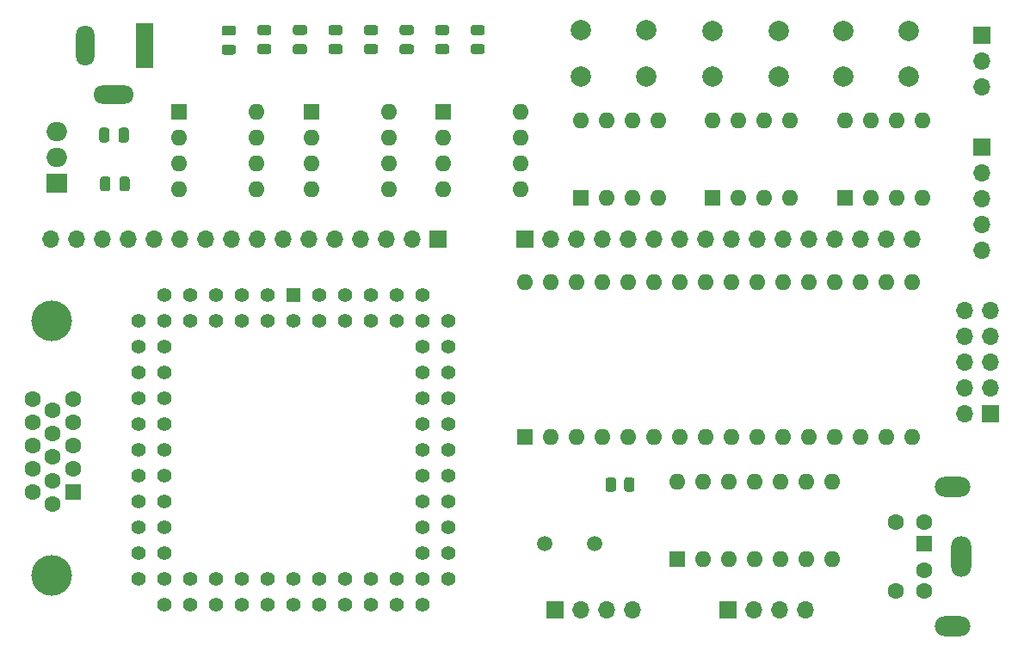
<source format=gbr>
%TF.GenerationSoftware,KiCad,Pcbnew,(5.1.10)-1*%
%TF.CreationDate,2022-03-07T13:38:47+08:00*%
%TF.ProjectId,MAX7000-GPU,4d415837-3030-4302-9d47-50552e6b6963,rev?*%
%TF.SameCoordinates,Original*%
%TF.FileFunction,Soldermask,Top*%
%TF.FilePolarity,Negative*%
%FSLAX46Y46*%
G04 Gerber Fmt 4.6, Leading zero omitted, Abs format (unit mm)*
G04 Created by KiCad (PCBNEW (5.1.10)-1) date 2022-03-07 13:38:47*
%MOMM*%
%LPD*%
G01*
G04 APERTURE LIST*
%ADD10O,1.700000X1.700000*%
%ADD11R,1.700000X1.700000*%
%ADD12C,1.500000*%
%ADD13O,2.000000X1.905000*%
%ADD14R,2.000000X1.905000*%
%ADD15O,1.600000X1.600000*%
%ADD16R,1.600000X1.600000*%
%ADD17C,1.422400*%
%ADD18R,1.422400X1.422400*%
%ADD19C,2.000000*%
%ADD20C,4.000000*%
%ADD21C,1.600000*%
%ADD22R,1.800000X4.400000*%
%ADD23O,1.800000X4.000000*%
%ADD24O,4.000000X1.800000*%
%ADD25O,2.000000X4.000000*%
%ADD26O,3.500000X2.000000*%
G04 APERTURE END LIST*
D10*
%TO.C,J10*%
X274835000Y-81090000D03*
X277375000Y-81090000D03*
X274835000Y-83630000D03*
X277375000Y-83630000D03*
X274835000Y-86170000D03*
X277375000Y-86170000D03*
X274835000Y-88710000D03*
X277375000Y-88710000D03*
X274835000Y-91250000D03*
D11*
X277375000Y-91250000D03*
%TD*%
D10*
%TO.C,J3*%
X276500000Y-75160000D03*
X276500000Y-72620000D03*
X276500000Y-70080000D03*
X276500000Y-67540000D03*
D11*
X276500000Y-65000000D03*
%TD*%
D12*
%TO.C,Y1*%
X233500000Y-104000000D03*
X238380000Y-104000000D03*
%TD*%
D13*
%TO.C,U10*%
X185500000Y-63460000D03*
X185500000Y-66000000D03*
D14*
X185500000Y-68540000D03*
%TD*%
D15*
%TO.C,U9*%
X231120000Y-61500000D03*
X223500000Y-69120000D03*
X231120000Y-64040000D03*
X223500000Y-66580000D03*
X231120000Y-66580000D03*
X223500000Y-64040000D03*
X231120000Y-69120000D03*
D16*
X223500000Y-61500000D03*
%TD*%
D15*
%TO.C,U8*%
X263000000Y-62380000D03*
X270620000Y-70000000D03*
X265540000Y-62380000D03*
X268080000Y-70000000D03*
X268080000Y-62380000D03*
X265540000Y-70000000D03*
X270620000Y-62380000D03*
D16*
X263000000Y-70000000D03*
%TD*%
D15*
%TO.C,U7*%
X218120000Y-61500000D03*
X210500000Y-69120000D03*
X218120000Y-64040000D03*
X210500000Y-66580000D03*
X218120000Y-66580000D03*
X210500000Y-64040000D03*
X218120000Y-69120000D03*
D16*
X210500000Y-61500000D03*
%TD*%
D15*
%TO.C,U6*%
X205120000Y-61500000D03*
X197500000Y-69120000D03*
X205120000Y-64040000D03*
X197500000Y-66580000D03*
X205120000Y-66580000D03*
X197500000Y-64040000D03*
X205120000Y-69120000D03*
D16*
X197500000Y-61500000D03*
%TD*%
%TO.C,U5*%
X250000000Y-70000000D03*
D15*
X257620000Y-62380000D03*
X252540000Y-70000000D03*
X255080000Y-62380000D03*
X255080000Y-70000000D03*
X252540000Y-62380000D03*
X257620000Y-70000000D03*
X250000000Y-62380000D03*
%TD*%
%TO.C,U4*%
X231500000Y-78260000D03*
X269600000Y-93500000D03*
X234040000Y-78260000D03*
X267060000Y-93500000D03*
X236580000Y-78260000D03*
X264520000Y-93500000D03*
X239120000Y-78260000D03*
X261980000Y-93500000D03*
X241660000Y-78260000D03*
X259440000Y-93500000D03*
X244200000Y-78260000D03*
X256900000Y-93500000D03*
X246740000Y-78260000D03*
X254360000Y-93500000D03*
X249280000Y-78260000D03*
X251820000Y-93500000D03*
X251820000Y-78260000D03*
X249280000Y-93500000D03*
X254360000Y-78260000D03*
X246740000Y-93500000D03*
X256900000Y-78260000D03*
X244200000Y-93500000D03*
X259440000Y-78260000D03*
X241660000Y-93500000D03*
X261980000Y-78260000D03*
X239120000Y-93500000D03*
X264520000Y-78260000D03*
X236580000Y-93500000D03*
X267060000Y-78260000D03*
X234040000Y-93500000D03*
X269600000Y-78260000D03*
D16*
X231500000Y-93500000D03*
%TD*%
D15*
%TO.C,U3*%
X237000000Y-62380000D03*
X244620000Y-70000000D03*
X239540000Y-62380000D03*
X242080000Y-70000000D03*
X242080000Y-62380000D03*
X239540000Y-70000000D03*
X244620000Y-62380000D03*
D16*
X237000000Y-70000000D03*
%TD*%
D15*
%TO.C,U2*%
X246500000Y-97880000D03*
X261740000Y-105500000D03*
X249040000Y-97880000D03*
X259200000Y-105500000D03*
X251580000Y-97880000D03*
X256660000Y-105500000D03*
X254120000Y-97880000D03*
X254120000Y-105500000D03*
X256660000Y-97880000D03*
X251580000Y-105500000D03*
X259200000Y-97880000D03*
X249040000Y-105500000D03*
X261740000Y-97880000D03*
D16*
X246500000Y-105500000D03*
%TD*%
D17*
%TO.C,U1*%
X223980000Y-84640000D03*
X223980000Y-87180000D03*
X223980000Y-89720000D03*
X223980000Y-92260000D03*
X223980000Y-94800000D03*
X223980000Y-97340000D03*
X223980000Y-99880000D03*
X223980000Y-102420000D03*
X223980000Y-104960000D03*
X223980000Y-107500000D03*
X221440000Y-84640000D03*
X221440000Y-87180000D03*
X221440000Y-89720000D03*
X221440000Y-92260000D03*
X221440000Y-94800000D03*
X221440000Y-97340000D03*
X221440000Y-99880000D03*
X221440000Y-102420000D03*
X221440000Y-104960000D03*
X221440000Y-107500000D03*
X221440000Y-110040000D03*
X218900000Y-110040000D03*
X216360000Y-110040000D03*
X213820000Y-110040000D03*
X211280000Y-110040000D03*
X208740000Y-110040000D03*
X206200000Y-110040000D03*
X203660000Y-110040000D03*
X201120000Y-110040000D03*
X198580000Y-110040000D03*
X196040000Y-110040000D03*
X218900000Y-107500000D03*
X216360000Y-107500000D03*
X213820000Y-107500000D03*
X211280000Y-107500000D03*
X208740000Y-107500000D03*
X206200000Y-107500000D03*
X203660000Y-107500000D03*
X201120000Y-107500000D03*
X198580000Y-107500000D03*
X196040000Y-107500000D03*
X193500000Y-107500000D03*
X193500000Y-104960000D03*
X193500000Y-102420000D03*
X193500000Y-99880000D03*
X193500000Y-97340000D03*
X193500000Y-94800000D03*
X193500000Y-92260000D03*
X193500000Y-89720000D03*
X193500000Y-87180000D03*
X193500000Y-84640000D03*
X193500000Y-82100000D03*
X196040000Y-104960000D03*
X196040000Y-102420000D03*
X196040000Y-99880000D03*
X196040000Y-97340000D03*
X196040000Y-94800000D03*
X196040000Y-92260000D03*
X196040000Y-89720000D03*
X196040000Y-87180000D03*
X196040000Y-84640000D03*
X196040000Y-82100000D03*
X221440000Y-79560000D03*
X218900000Y-79560000D03*
X216360000Y-79560000D03*
X213820000Y-79560000D03*
X211280000Y-79560000D03*
X196040000Y-79560000D03*
X198580000Y-79560000D03*
X201120000Y-79560000D03*
X203660000Y-79560000D03*
X206200000Y-79560000D03*
D18*
X208740000Y-79560000D03*
D17*
X223980000Y-82100000D03*
X221440000Y-82100000D03*
X218900000Y-82100000D03*
X216360000Y-82100000D03*
X213820000Y-82100000D03*
X211280000Y-82100000D03*
X198580000Y-82100000D03*
X201120000Y-82100000D03*
X203660000Y-82100000D03*
X206200000Y-82100000D03*
X208740000Y-82100000D03*
%TD*%
D19*
%TO.C,SW3*%
X269325000Y-53525000D03*
X269325000Y-58025000D03*
X262825000Y-53525000D03*
X262825000Y-58025000D03*
%TD*%
%TO.C,SW2*%
X256475000Y-53525000D03*
X256475000Y-58025000D03*
X249975000Y-53525000D03*
X249975000Y-58025000D03*
%TD*%
%TO.C,SW1*%
X243500000Y-53500000D03*
X243500000Y-58000000D03*
X237000000Y-53500000D03*
X237000000Y-58000000D03*
%TD*%
%TO.C,R4*%
G36*
G01*
X241300000Y-98650001D02*
X241300000Y-97749999D01*
G75*
G02*
X241549999Y-97500000I249999J0D01*
G01*
X242075001Y-97500000D01*
G75*
G02*
X242325000Y-97749999I0J-249999D01*
G01*
X242325000Y-98650001D01*
G75*
G02*
X242075001Y-98900000I-249999J0D01*
G01*
X241549999Y-98900000D01*
G75*
G02*
X241300000Y-98650001I0J249999D01*
G01*
G37*
G36*
G01*
X239475000Y-98650001D02*
X239475000Y-97749999D01*
G75*
G02*
X239724999Y-97500000I249999J0D01*
G01*
X240250001Y-97500000D01*
G75*
G02*
X240500000Y-97749999I0J-249999D01*
G01*
X240500000Y-98650001D01*
G75*
G02*
X240250001Y-98900000I-249999J0D01*
G01*
X239724999Y-98900000D01*
G75*
G02*
X239475000Y-98650001I0J249999D01*
G01*
G37*
%TD*%
D10*
%TO.C,J9*%
X259120000Y-110500000D03*
X256580000Y-110500000D03*
X254040000Y-110500000D03*
D11*
X251500000Y-110500000D03*
%TD*%
D10*
%TO.C,J8*%
X269600000Y-74000000D03*
X267060000Y-74000000D03*
X264520000Y-74000000D03*
X261980000Y-74000000D03*
X259440000Y-74000000D03*
X256900000Y-74000000D03*
X254360000Y-74000000D03*
X251820000Y-74000000D03*
X249280000Y-74000000D03*
X246740000Y-74000000D03*
X244200000Y-74000000D03*
X241660000Y-74000000D03*
X239120000Y-74000000D03*
X236580000Y-74000000D03*
X234040000Y-74000000D03*
D11*
X231500000Y-74000000D03*
%TD*%
D10*
%TO.C,J7*%
X184900000Y-74000000D03*
X187440000Y-74000000D03*
X189980000Y-74000000D03*
X192520000Y-74000000D03*
X195060000Y-74000000D03*
X197600000Y-74000000D03*
X200140000Y-74000000D03*
X202680000Y-74000000D03*
X205220000Y-74000000D03*
X207760000Y-74000000D03*
X210300000Y-74000000D03*
X212840000Y-74000000D03*
X215380000Y-74000000D03*
X217920000Y-74000000D03*
X220460000Y-74000000D03*
D11*
X223000000Y-74000000D03*
%TD*%
D10*
%TO.C,J6*%
X276500000Y-59080000D03*
X276500000Y-56540000D03*
D11*
X276500000Y-54000000D03*
%TD*%
D20*
%TO.C,J5*%
X185000000Y-107120000D03*
X185000000Y-82120000D03*
D21*
X183090000Y-89775000D03*
X183090000Y-92065000D03*
X183090000Y-94355000D03*
X183090000Y-96645000D03*
X183090000Y-98935000D03*
X185070000Y-90920000D03*
X185070000Y-93210000D03*
X185070000Y-95500000D03*
X185070000Y-97790000D03*
X185070000Y-100080000D03*
X187050000Y-89775000D03*
X187050000Y-92065000D03*
X187050000Y-94355000D03*
X187050000Y-96645000D03*
D16*
X187050000Y-98935000D03*
%TD*%
D22*
%TO.C,J4*%
X194100000Y-55000000D03*
D23*
X188300000Y-55000000D03*
D24*
X191100000Y-59800000D03*
%TD*%
D10*
%TO.C,J2*%
X242120000Y-110500000D03*
X239580000Y-110500000D03*
X237040000Y-110500000D03*
D11*
X234500000Y-110500000D03*
%TD*%
D25*
%TO.C,J1*%
X274450000Y-105300000D03*
D21*
X268000000Y-108700000D03*
X268000000Y-101900000D03*
X270800000Y-108700000D03*
X270800000Y-101900000D03*
X270800000Y-106600000D03*
D16*
X270800000Y-104000000D03*
D26*
X273650000Y-98450000D03*
X273650000Y-112150000D03*
%TD*%
%TO.C,D8*%
G36*
G01*
X226443750Y-54850000D02*
X227356250Y-54850000D01*
G75*
G02*
X227600000Y-55093750I0J-243750D01*
G01*
X227600000Y-55581250D01*
G75*
G02*
X227356250Y-55825000I-243750J0D01*
G01*
X226443750Y-55825000D01*
G75*
G02*
X226200000Y-55581250I0J243750D01*
G01*
X226200000Y-55093750D01*
G75*
G02*
X226443750Y-54850000I243750J0D01*
G01*
G37*
G36*
G01*
X226443750Y-52975000D02*
X227356250Y-52975000D01*
G75*
G02*
X227600000Y-53218750I0J-243750D01*
G01*
X227600000Y-53706250D01*
G75*
G02*
X227356250Y-53950000I-243750J0D01*
G01*
X226443750Y-53950000D01*
G75*
G02*
X226200000Y-53706250I0J243750D01*
G01*
X226200000Y-53218750D01*
G75*
G02*
X226443750Y-52975000I243750J0D01*
G01*
G37*
%TD*%
%TO.C,D7*%
G36*
G01*
X222943750Y-54850000D02*
X223856250Y-54850000D01*
G75*
G02*
X224100000Y-55093750I0J-243750D01*
G01*
X224100000Y-55581250D01*
G75*
G02*
X223856250Y-55825000I-243750J0D01*
G01*
X222943750Y-55825000D01*
G75*
G02*
X222700000Y-55581250I0J243750D01*
G01*
X222700000Y-55093750D01*
G75*
G02*
X222943750Y-54850000I243750J0D01*
G01*
G37*
G36*
G01*
X222943750Y-52975000D02*
X223856250Y-52975000D01*
G75*
G02*
X224100000Y-53218750I0J-243750D01*
G01*
X224100000Y-53706250D01*
G75*
G02*
X223856250Y-53950000I-243750J0D01*
G01*
X222943750Y-53950000D01*
G75*
G02*
X222700000Y-53706250I0J243750D01*
G01*
X222700000Y-53218750D01*
G75*
G02*
X222943750Y-52975000I243750J0D01*
G01*
G37*
%TD*%
%TO.C,D6*%
G36*
G01*
X219443750Y-54850000D02*
X220356250Y-54850000D01*
G75*
G02*
X220600000Y-55093750I0J-243750D01*
G01*
X220600000Y-55581250D01*
G75*
G02*
X220356250Y-55825000I-243750J0D01*
G01*
X219443750Y-55825000D01*
G75*
G02*
X219200000Y-55581250I0J243750D01*
G01*
X219200000Y-55093750D01*
G75*
G02*
X219443750Y-54850000I243750J0D01*
G01*
G37*
G36*
G01*
X219443750Y-52975000D02*
X220356250Y-52975000D01*
G75*
G02*
X220600000Y-53218750I0J-243750D01*
G01*
X220600000Y-53706250D01*
G75*
G02*
X220356250Y-53950000I-243750J0D01*
G01*
X219443750Y-53950000D01*
G75*
G02*
X219200000Y-53706250I0J243750D01*
G01*
X219200000Y-53218750D01*
G75*
G02*
X219443750Y-52975000I243750J0D01*
G01*
G37*
%TD*%
%TO.C,D5*%
G36*
G01*
X215943750Y-54850000D02*
X216856250Y-54850000D01*
G75*
G02*
X217100000Y-55093750I0J-243750D01*
G01*
X217100000Y-55581250D01*
G75*
G02*
X216856250Y-55825000I-243750J0D01*
G01*
X215943750Y-55825000D01*
G75*
G02*
X215700000Y-55581250I0J243750D01*
G01*
X215700000Y-55093750D01*
G75*
G02*
X215943750Y-54850000I243750J0D01*
G01*
G37*
G36*
G01*
X215943750Y-52975000D02*
X216856250Y-52975000D01*
G75*
G02*
X217100000Y-53218750I0J-243750D01*
G01*
X217100000Y-53706250D01*
G75*
G02*
X216856250Y-53950000I-243750J0D01*
G01*
X215943750Y-53950000D01*
G75*
G02*
X215700000Y-53706250I0J243750D01*
G01*
X215700000Y-53218750D01*
G75*
G02*
X215943750Y-52975000I243750J0D01*
G01*
G37*
%TD*%
%TO.C,D4*%
G36*
G01*
X212443750Y-54850000D02*
X213356250Y-54850000D01*
G75*
G02*
X213600000Y-55093750I0J-243750D01*
G01*
X213600000Y-55581250D01*
G75*
G02*
X213356250Y-55825000I-243750J0D01*
G01*
X212443750Y-55825000D01*
G75*
G02*
X212200000Y-55581250I0J243750D01*
G01*
X212200000Y-55093750D01*
G75*
G02*
X212443750Y-54850000I243750J0D01*
G01*
G37*
G36*
G01*
X212443750Y-52975000D02*
X213356250Y-52975000D01*
G75*
G02*
X213600000Y-53218750I0J-243750D01*
G01*
X213600000Y-53706250D01*
G75*
G02*
X213356250Y-53950000I-243750J0D01*
G01*
X212443750Y-53950000D01*
G75*
G02*
X212200000Y-53706250I0J243750D01*
G01*
X212200000Y-53218750D01*
G75*
G02*
X212443750Y-52975000I243750J0D01*
G01*
G37*
%TD*%
%TO.C,D3*%
G36*
G01*
X208943750Y-54850000D02*
X209856250Y-54850000D01*
G75*
G02*
X210100000Y-55093750I0J-243750D01*
G01*
X210100000Y-55581250D01*
G75*
G02*
X209856250Y-55825000I-243750J0D01*
G01*
X208943750Y-55825000D01*
G75*
G02*
X208700000Y-55581250I0J243750D01*
G01*
X208700000Y-55093750D01*
G75*
G02*
X208943750Y-54850000I243750J0D01*
G01*
G37*
G36*
G01*
X208943750Y-52975000D02*
X209856250Y-52975000D01*
G75*
G02*
X210100000Y-53218750I0J-243750D01*
G01*
X210100000Y-53706250D01*
G75*
G02*
X209856250Y-53950000I-243750J0D01*
G01*
X208943750Y-53950000D01*
G75*
G02*
X208700000Y-53706250I0J243750D01*
G01*
X208700000Y-53218750D01*
G75*
G02*
X208943750Y-52975000I243750J0D01*
G01*
G37*
%TD*%
%TO.C,D2*%
G36*
G01*
X205443750Y-54850000D02*
X206356250Y-54850000D01*
G75*
G02*
X206600000Y-55093750I0J-243750D01*
G01*
X206600000Y-55581250D01*
G75*
G02*
X206356250Y-55825000I-243750J0D01*
G01*
X205443750Y-55825000D01*
G75*
G02*
X205200000Y-55581250I0J243750D01*
G01*
X205200000Y-55093750D01*
G75*
G02*
X205443750Y-54850000I243750J0D01*
G01*
G37*
G36*
G01*
X205443750Y-52975000D02*
X206356250Y-52975000D01*
G75*
G02*
X206600000Y-53218750I0J-243750D01*
G01*
X206600000Y-53706250D01*
G75*
G02*
X206356250Y-53950000I-243750J0D01*
G01*
X205443750Y-53950000D01*
G75*
G02*
X205200000Y-53706250I0J243750D01*
G01*
X205200000Y-53218750D01*
G75*
G02*
X205443750Y-52975000I243750J0D01*
G01*
G37*
%TD*%
%TO.C,D1*%
G36*
G01*
X201943750Y-54912500D02*
X202856250Y-54912500D01*
G75*
G02*
X203100000Y-55156250I0J-243750D01*
G01*
X203100000Y-55643750D01*
G75*
G02*
X202856250Y-55887500I-243750J0D01*
G01*
X201943750Y-55887500D01*
G75*
G02*
X201700000Y-55643750I0J243750D01*
G01*
X201700000Y-55156250D01*
G75*
G02*
X201943750Y-54912500I243750J0D01*
G01*
G37*
G36*
G01*
X201943750Y-53037500D02*
X202856250Y-53037500D01*
G75*
G02*
X203100000Y-53281250I0J-243750D01*
G01*
X203100000Y-53768750D01*
G75*
G02*
X202856250Y-54012500I-243750J0D01*
G01*
X201943750Y-54012500D01*
G75*
G02*
X201700000Y-53768750I0J243750D01*
G01*
X201700000Y-53281250D01*
G75*
G02*
X201943750Y-53037500I243750J0D01*
G01*
G37*
%TD*%
%TO.C,C25*%
G36*
G01*
X191550000Y-64275000D02*
X191550000Y-63325000D01*
G75*
G02*
X191800000Y-63075000I250000J0D01*
G01*
X192300000Y-63075000D01*
G75*
G02*
X192550000Y-63325000I0J-250000D01*
G01*
X192550000Y-64275000D01*
G75*
G02*
X192300000Y-64525000I-250000J0D01*
G01*
X191800000Y-64525000D01*
G75*
G02*
X191550000Y-64275000I0J250000D01*
G01*
G37*
G36*
G01*
X189650000Y-64275000D02*
X189650000Y-63325000D01*
G75*
G02*
X189900000Y-63075000I250000J0D01*
G01*
X190400000Y-63075000D01*
G75*
G02*
X190650000Y-63325000I0J-250000D01*
G01*
X190650000Y-64275000D01*
G75*
G02*
X190400000Y-64525000I-250000J0D01*
G01*
X189900000Y-64525000D01*
G75*
G02*
X189650000Y-64275000I0J250000D01*
G01*
G37*
%TD*%
%TO.C,C24*%
G36*
G01*
X191650000Y-69075000D02*
X191650000Y-68125000D01*
G75*
G02*
X191900000Y-67875000I250000J0D01*
G01*
X192400000Y-67875000D01*
G75*
G02*
X192650000Y-68125000I0J-250000D01*
G01*
X192650000Y-69075000D01*
G75*
G02*
X192400000Y-69325000I-250000J0D01*
G01*
X191900000Y-69325000D01*
G75*
G02*
X191650000Y-69075000I0J250000D01*
G01*
G37*
G36*
G01*
X189750000Y-69075000D02*
X189750000Y-68125000D01*
G75*
G02*
X190000000Y-67875000I250000J0D01*
G01*
X190500000Y-67875000D01*
G75*
G02*
X190750000Y-68125000I0J-250000D01*
G01*
X190750000Y-69075000D01*
G75*
G02*
X190500000Y-69325000I-250000J0D01*
G01*
X190000000Y-69325000D01*
G75*
G02*
X189750000Y-69075000I0J250000D01*
G01*
G37*
%TD*%
M02*

</source>
